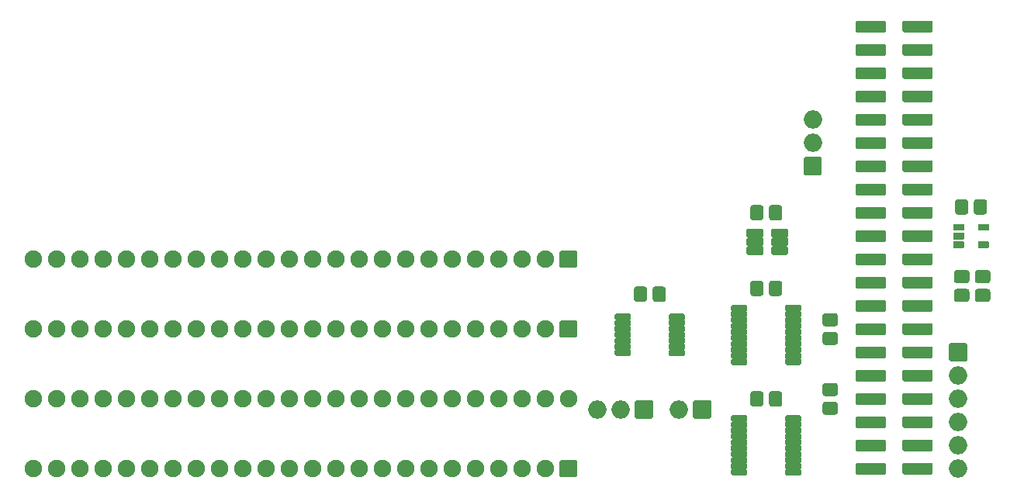
<source format=gbr>
G04 #@! TF.GenerationSoftware,KiCad,Pcbnew,(5.1.9)-1*
G04 #@! TF.CreationDate,2021-03-21T08:25:55+00:00*
G04 #@! TF.ProjectId,RGBtoHDMI Amiga Denise - solarmon,52474274-6f48-4444-9d49-20416d696761,1*
G04 #@! TF.SameCoordinates,Original*
G04 #@! TF.FileFunction,Soldermask,Top*
G04 #@! TF.FilePolarity,Negative*
%FSLAX46Y46*%
G04 Gerber Fmt 4.6, Leading zero omitted, Abs format (unit mm)*
G04 Created by KiCad (PCBNEW (5.1.9)-1) date 2021-03-21 08:25:55*
%MOMM*%
%LPD*%
G01*
G04 APERTURE LIST*
%ADD10O,1.900000X1.900000*%
%ADD11O,2.000000X2.000000*%
%ADD12C,1.900000*%
G04 APERTURE END LIST*
D10*
X105283000Y-80391000D03*
X107823000Y-80391000D03*
X110363000Y-80391000D03*
X112903000Y-80391000D03*
X115443000Y-80391000D03*
X117983000Y-80391000D03*
X120523000Y-80391000D03*
X123063000Y-80391000D03*
X125603000Y-80391000D03*
X128143000Y-80391000D03*
X130683000Y-80391000D03*
X133223000Y-80391000D03*
X135763000Y-80391000D03*
X138303000Y-80391000D03*
X140843000Y-80391000D03*
X143383000Y-80391000D03*
X145923000Y-80391000D03*
X148463000Y-80391000D03*
X151003000Y-80391000D03*
X153543000Y-80391000D03*
X156083000Y-80391000D03*
X158623000Y-80391000D03*
X161163000Y-80391000D03*
G36*
G01*
X164503000Y-81341000D02*
X162903000Y-81341000D01*
G75*
G02*
X162753000Y-81191000I0J150000D01*
G01*
X162753000Y-79591000D01*
G75*
G02*
X162903000Y-79441000I150000J0D01*
G01*
X164503000Y-79441000D01*
G75*
G02*
X164653000Y-79591000I0J-150000D01*
G01*
X164653000Y-81191000D01*
G75*
G02*
X164503000Y-81341000I-150000J0D01*
G01*
G37*
X105283000Y-65151000D03*
X107823000Y-65151000D03*
X110363000Y-65151000D03*
X112903000Y-65151000D03*
X115443000Y-65151000D03*
X117983000Y-65151000D03*
X120523000Y-65151000D03*
X123063000Y-65151000D03*
X125603000Y-65151000D03*
X128143000Y-65151000D03*
X130683000Y-65151000D03*
X133223000Y-65151000D03*
X135763000Y-65151000D03*
X138303000Y-65151000D03*
X140843000Y-65151000D03*
X143383000Y-65151000D03*
X145923000Y-65151000D03*
X148463000Y-65151000D03*
X151003000Y-65151000D03*
X153543000Y-65151000D03*
X156083000Y-65151000D03*
X158623000Y-65151000D03*
X161163000Y-65151000D03*
G36*
G01*
X164503000Y-66101000D02*
X162903000Y-66101000D01*
G75*
G02*
X162753000Y-65951000I0J150000D01*
G01*
X162753000Y-64351000D01*
G75*
G02*
X162903000Y-64201000I150000J0D01*
G01*
X164503000Y-64201000D01*
G75*
G02*
X164653000Y-64351000I0J-150000D01*
G01*
X164653000Y-65951000D01*
G75*
G02*
X164503000Y-66101000I-150000J0D01*
G01*
G37*
D11*
X206248000Y-80391000D03*
X206248000Y-77851000D03*
X206248000Y-75311000D03*
X206248000Y-72771000D03*
X206248000Y-70231000D03*
G36*
G01*
X205248000Y-68541000D02*
X205248000Y-66841000D01*
G75*
G02*
X205398000Y-66691000I150000J0D01*
G01*
X207098000Y-66691000D01*
G75*
G02*
X207248000Y-66841000I0J-150000D01*
G01*
X207248000Y-68541000D01*
G75*
G02*
X207098000Y-68691000I-150000J0D01*
G01*
X205398000Y-68691000D01*
G75*
G02*
X205248000Y-68541000I0J150000D01*
G01*
G37*
G36*
G01*
X209449784Y-60152000D02*
X208380216Y-60152000D01*
G75*
G02*
X208065000Y-59836784I0J315216D01*
G01*
X208065000Y-59017216D01*
G75*
G02*
X208380216Y-58702000I315216J0D01*
G01*
X209449784Y-58702000D01*
G75*
G02*
X209765000Y-59017216I0J-315216D01*
G01*
X209765000Y-59836784D01*
G75*
G02*
X209449784Y-60152000I-315216J0D01*
G01*
G37*
G36*
G01*
X209449784Y-62202000D02*
X208380216Y-62202000D01*
G75*
G02*
X208065000Y-61886784I0J315216D01*
G01*
X208065000Y-61067216D01*
G75*
G02*
X208380216Y-60752000I315216J0D01*
G01*
X209449784Y-60752000D01*
G75*
G02*
X209765000Y-61067216I0J-315216D01*
G01*
X209765000Y-61886784D01*
G75*
G02*
X209449784Y-62202000I-315216J0D01*
G01*
G37*
G36*
G01*
X207345000Y-51281216D02*
X207345000Y-52350784D01*
G75*
G02*
X207029784Y-52666000I-315216J0D01*
G01*
X206210216Y-52666000D01*
G75*
G02*
X205895000Y-52350784I0J315216D01*
G01*
X205895000Y-51281216D01*
G75*
G02*
X206210216Y-50966000I315216J0D01*
G01*
X207029784Y-50966000D01*
G75*
G02*
X207345000Y-51281216I0J-315216D01*
G01*
G37*
G36*
G01*
X209395000Y-51281216D02*
X209395000Y-52350784D01*
G75*
G02*
X209079784Y-52666000I-315216J0D01*
G01*
X208260216Y-52666000D01*
G75*
G02*
X207945000Y-52350784I0J315216D01*
G01*
X207945000Y-51281216D01*
G75*
G02*
X208260216Y-50966000I315216J0D01*
G01*
X209079784Y-50966000D01*
G75*
G02*
X209395000Y-51281216I0J-315216D01*
G01*
G37*
G36*
G01*
X208470000Y-53671000D02*
X209520000Y-53671000D01*
G75*
G02*
X209590000Y-53741000I0J-70000D01*
G01*
X209590000Y-54341000D01*
G75*
G02*
X209520000Y-54411000I-70000J0D01*
G01*
X208470000Y-54411000D01*
G75*
G02*
X208400000Y-54341000I0J70000D01*
G01*
X208400000Y-53741000D01*
G75*
G02*
X208470000Y-53671000I70000J0D01*
G01*
G37*
G36*
G01*
X208470000Y-55571000D02*
X209520000Y-55571000D01*
G75*
G02*
X209590000Y-55641000I0J-70000D01*
G01*
X209590000Y-56241000D01*
G75*
G02*
X209520000Y-56311000I-70000J0D01*
G01*
X208470000Y-56311000D01*
G75*
G02*
X208400000Y-56241000I0J70000D01*
G01*
X208400000Y-55641000D01*
G75*
G02*
X208470000Y-55571000I70000J0D01*
G01*
G37*
G36*
G01*
X205770000Y-55571000D02*
X206820000Y-55571000D01*
G75*
G02*
X206890000Y-55641000I0J-70000D01*
G01*
X206890000Y-56241000D01*
G75*
G02*
X206820000Y-56311000I-70000J0D01*
G01*
X205770000Y-56311000D01*
G75*
G02*
X205700000Y-56241000I0J70000D01*
G01*
X205700000Y-55641000D01*
G75*
G02*
X205770000Y-55571000I70000J0D01*
G01*
G37*
G36*
G01*
X205770000Y-54621000D02*
X206820000Y-54621000D01*
G75*
G02*
X206890000Y-54691000I0J-70000D01*
G01*
X206890000Y-55291000D01*
G75*
G02*
X206820000Y-55361000I-70000J0D01*
G01*
X205770000Y-55361000D01*
G75*
G02*
X205700000Y-55291000I0J70000D01*
G01*
X205700000Y-54691000D01*
G75*
G02*
X205770000Y-54621000I70000J0D01*
G01*
G37*
G36*
G01*
X205770000Y-53671000D02*
X206820000Y-53671000D01*
G75*
G02*
X206890000Y-53741000I0J-70000D01*
G01*
X206890000Y-54341000D01*
G75*
G02*
X206820000Y-54411000I-70000J0D01*
G01*
X205770000Y-54411000D01*
G75*
G02*
X205700000Y-54341000I0J70000D01*
G01*
X205700000Y-53741000D01*
G75*
G02*
X205770000Y-53671000I70000J0D01*
G01*
G37*
G36*
G01*
X185840000Y-55951000D02*
X185840000Y-55301000D01*
G75*
G02*
X185990000Y-55151000I150000J0D01*
G01*
X187550000Y-55151000D01*
G75*
G02*
X187700000Y-55301000I0J-150000D01*
G01*
X187700000Y-55951000D01*
G75*
G02*
X187550000Y-56101000I-150000J0D01*
G01*
X185990000Y-56101000D01*
G75*
G02*
X185840000Y-55951000I0J150000D01*
G01*
G37*
G36*
G01*
X185840000Y-55001000D02*
X185840000Y-54351000D01*
G75*
G02*
X185990000Y-54201000I150000J0D01*
G01*
X187550000Y-54201000D01*
G75*
G02*
X187700000Y-54351000I0J-150000D01*
G01*
X187700000Y-55001000D01*
G75*
G02*
X187550000Y-55151000I-150000J0D01*
G01*
X185990000Y-55151000D01*
G75*
G02*
X185840000Y-55001000I0J150000D01*
G01*
G37*
G36*
G01*
X185840000Y-56901000D02*
X185840000Y-56251000D01*
G75*
G02*
X185990000Y-56101000I150000J0D01*
G01*
X187550000Y-56101000D01*
G75*
G02*
X187700000Y-56251000I0J-150000D01*
G01*
X187700000Y-56901000D01*
G75*
G02*
X187550000Y-57051000I-150000J0D01*
G01*
X185990000Y-57051000D01*
G75*
G02*
X185840000Y-56901000I0J150000D01*
G01*
G37*
G36*
G01*
X183140000Y-56901000D02*
X183140000Y-56251000D01*
G75*
G02*
X183290000Y-56101000I150000J0D01*
G01*
X184850000Y-56101000D01*
G75*
G02*
X185000000Y-56251000I0J-150000D01*
G01*
X185000000Y-56901000D01*
G75*
G02*
X184850000Y-57051000I-150000J0D01*
G01*
X183290000Y-57051000D01*
G75*
G02*
X183140000Y-56901000I0J150000D01*
G01*
G37*
G36*
G01*
X183140000Y-55951000D02*
X183140000Y-55301000D01*
G75*
G02*
X183290000Y-55151000I150000J0D01*
G01*
X184850000Y-55151000D01*
G75*
G02*
X185000000Y-55301000I0J-150000D01*
G01*
X185000000Y-55951000D01*
G75*
G02*
X184850000Y-56101000I-150000J0D01*
G01*
X183290000Y-56101000D01*
G75*
G02*
X183140000Y-55951000I0J150000D01*
G01*
G37*
G36*
G01*
X183140000Y-55001000D02*
X183140000Y-54351000D01*
G75*
G02*
X183290000Y-54201000I150000J0D01*
G01*
X184850000Y-54201000D01*
G75*
G02*
X185000000Y-54351000I0J-150000D01*
G01*
X185000000Y-55001000D01*
G75*
G02*
X184850000Y-55151000I-150000J0D01*
G01*
X183290000Y-55151000D01*
G75*
G02*
X183140000Y-55001000I0J150000D01*
G01*
G37*
G36*
G01*
X171108000Y-72914000D02*
X172808000Y-72914000D01*
G75*
G02*
X172958000Y-73064000I0J-150000D01*
G01*
X172958000Y-74764000D01*
G75*
G02*
X172808000Y-74914000I-150000J0D01*
G01*
X171108000Y-74914000D01*
G75*
G02*
X170958000Y-74764000I0J150000D01*
G01*
X170958000Y-73064000D01*
G75*
G02*
X171108000Y-72914000I150000J0D01*
G01*
G37*
X169418000Y-73914000D03*
X166878000Y-73914000D03*
X175768000Y-73914000D03*
G36*
G01*
X177458000Y-72914000D02*
X179158000Y-72914000D01*
G75*
G02*
X179308000Y-73064000I0J-150000D01*
G01*
X179308000Y-74764000D01*
G75*
G02*
X179158000Y-74914000I-150000J0D01*
G01*
X177458000Y-74914000D01*
G75*
G02*
X177308000Y-74764000I0J150000D01*
G01*
X177308000Y-73064000D01*
G75*
G02*
X177458000Y-72914000I150000J0D01*
G01*
G37*
X190373000Y-42291000D03*
X190373000Y-44831000D03*
G36*
G01*
X191373000Y-46521000D02*
X191373000Y-48221000D01*
G75*
G02*
X191223000Y-48371000I-150000J0D01*
G01*
X189523000Y-48371000D01*
G75*
G02*
X189373000Y-48221000I0J150000D01*
G01*
X189373000Y-46521000D01*
G75*
G02*
X189523000Y-46371000I150000J0D01*
G01*
X191223000Y-46371000D01*
G75*
G02*
X191373000Y-46521000I0J-150000D01*
G01*
G37*
G36*
G01*
X206094216Y-60752000D02*
X207163784Y-60752000D01*
G75*
G02*
X207479000Y-61067216I0J-315216D01*
G01*
X207479000Y-61886784D01*
G75*
G02*
X207163784Y-62202000I-315216J0D01*
G01*
X206094216Y-62202000D01*
G75*
G02*
X205779000Y-61886784I0J315216D01*
G01*
X205779000Y-61067216D01*
G75*
G02*
X206094216Y-60752000I315216J0D01*
G01*
G37*
G36*
G01*
X206094216Y-58702000D02*
X207163784Y-58702000D01*
G75*
G02*
X207479000Y-59017216I0J-315216D01*
G01*
X207479000Y-59836784D01*
G75*
G02*
X207163784Y-60152000I-315216J0D01*
G01*
X206094216Y-60152000D01*
G75*
G02*
X205779000Y-59836784I0J315216D01*
G01*
X205779000Y-59017216D01*
G75*
G02*
X206094216Y-58702000I315216J0D01*
G01*
G37*
G36*
G01*
X184993000Y-51916216D02*
X184993000Y-52985784D01*
G75*
G02*
X184677784Y-53301000I-315216J0D01*
G01*
X183858216Y-53301000D01*
G75*
G02*
X183543000Y-52985784I0J315216D01*
G01*
X183543000Y-51916216D01*
G75*
G02*
X183858216Y-51601000I315216J0D01*
G01*
X184677784Y-51601000D01*
G75*
G02*
X184993000Y-51916216I0J-315216D01*
G01*
G37*
G36*
G01*
X187043000Y-51916216D02*
X187043000Y-52985784D01*
G75*
G02*
X186727784Y-53301000I-315216J0D01*
G01*
X185908216Y-53301000D01*
G75*
G02*
X185593000Y-52985784I0J315216D01*
G01*
X185593000Y-51916216D01*
G75*
G02*
X185908216Y-51601000I315216J0D01*
G01*
X186727784Y-51601000D01*
G75*
G02*
X187043000Y-51916216I0J-315216D01*
G01*
G37*
G36*
G01*
X203473000Y-79891000D02*
X203473000Y-80891000D01*
G75*
G02*
X203323000Y-81041000I-150000J0D01*
G01*
X200323000Y-81041000D01*
G75*
G02*
X200173000Y-80891000I0J150000D01*
G01*
X200173000Y-79891000D01*
G75*
G02*
X200323000Y-79741000I150000J0D01*
G01*
X203323000Y-79741000D01*
G75*
G02*
X203473000Y-79891000I0J-150000D01*
G01*
G37*
G36*
G01*
X198353000Y-79891000D02*
X198353000Y-80891000D01*
G75*
G02*
X198203000Y-81041000I-150000J0D01*
G01*
X195203000Y-81041000D01*
G75*
G02*
X195053000Y-80891000I0J150000D01*
G01*
X195053000Y-79891000D01*
G75*
G02*
X195203000Y-79741000I150000J0D01*
G01*
X198203000Y-79741000D01*
G75*
G02*
X198353000Y-79891000I0J-150000D01*
G01*
G37*
G36*
G01*
X203473000Y-77351000D02*
X203473000Y-78351000D01*
G75*
G02*
X203323000Y-78501000I-150000J0D01*
G01*
X200323000Y-78501000D01*
G75*
G02*
X200173000Y-78351000I0J150000D01*
G01*
X200173000Y-77351000D01*
G75*
G02*
X200323000Y-77201000I150000J0D01*
G01*
X203323000Y-77201000D01*
G75*
G02*
X203473000Y-77351000I0J-150000D01*
G01*
G37*
G36*
G01*
X198353000Y-77351000D02*
X198353000Y-78351000D01*
G75*
G02*
X198203000Y-78501000I-150000J0D01*
G01*
X195203000Y-78501000D01*
G75*
G02*
X195053000Y-78351000I0J150000D01*
G01*
X195053000Y-77351000D01*
G75*
G02*
X195203000Y-77201000I150000J0D01*
G01*
X198203000Y-77201000D01*
G75*
G02*
X198353000Y-77351000I0J-150000D01*
G01*
G37*
G36*
G01*
X203473000Y-74811000D02*
X203473000Y-75811000D01*
G75*
G02*
X203323000Y-75961000I-150000J0D01*
G01*
X200323000Y-75961000D01*
G75*
G02*
X200173000Y-75811000I0J150000D01*
G01*
X200173000Y-74811000D01*
G75*
G02*
X200323000Y-74661000I150000J0D01*
G01*
X203323000Y-74661000D01*
G75*
G02*
X203473000Y-74811000I0J-150000D01*
G01*
G37*
G36*
G01*
X198353000Y-74811000D02*
X198353000Y-75811000D01*
G75*
G02*
X198203000Y-75961000I-150000J0D01*
G01*
X195203000Y-75961000D01*
G75*
G02*
X195053000Y-75811000I0J150000D01*
G01*
X195053000Y-74811000D01*
G75*
G02*
X195203000Y-74661000I150000J0D01*
G01*
X198203000Y-74661000D01*
G75*
G02*
X198353000Y-74811000I0J-150000D01*
G01*
G37*
G36*
G01*
X203473000Y-72271000D02*
X203473000Y-73271000D01*
G75*
G02*
X203323000Y-73421000I-150000J0D01*
G01*
X200323000Y-73421000D01*
G75*
G02*
X200173000Y-73271000I0J150000D01*
G01*
X200173000Y-72271000D01*
G75*
G02*
X200323000Y-72121000I150000J0D01*
G01*
X203323000Y-72121000D01*
G75*
G02*
X203473000Y-72271000I0J-150000D01*
G01*
G37*
G36*
G01*
X198353000Y-72271000D02*
X198353000Y-73271000D01*
G75*
G02*
X198203000Y-73421000I-150000J0D01*
G01*
X195203000Y-73421000D01*
G75*
G02*
X195053000Y-73271000I0J150000D01*
G01*
X195053000Y-72271000D01*
G75*
G02*
X195203000Y-72121000I150000J0D01*
G01*
X198203000Y-72121000D01*
G75*
G02*
X198353000Y-72271000I0J-150000D01*
G01*
G37*
G36*
G01*
X203473000Y-69731000D02*
X203473000Y-70731000D01*
G75*
G02*
X203323000Y-70881000I-150000J0D01*
G01*
X200323000Y-70881000D01*
G75*
G02*
X200173000Y-70731000I0J150000D01*
G01*
X200173000Y-69731000D01*
G75*
G02*
X200323000Y-69581000I150000J0D01*
G01*
X203323000Y-69581000D01*
G75*
G02*
X203473000Y-69731000I0J-150000D01*
G01*
G37*
G36*
G01*
X198353000Y-69731000D02*
X198353000Y-70731000D01*
G75*
G02*
X198203000Y-70881000I-150000J0D01*
G01*
X195203000Y-70881000D01*
G75*
G02*
X195053000Y-70731000I0J150000D01*
G01*
X195053000Y-69731000D01*
G75*
G02*
X195203000Y-69581000I150000J0D01*
G01*
X198203000Y-69581000D01*
G75*
G02*
X198353000Y-69731000I0J-150000D01*
G01*
G37*
G36*
G01*
X203473000Y-67191000D02*
X203473000Y-68191000D01*
G75*
G02*
X203323000Y-68341000I-150000J0D01*
G01*
X200323000Y-68341000D01*
G75*
G02*
X200173000Y-68191000I0J150000D01*
G01*
X200173000Y-67191000D01*
G75*
G02*
X200323000Y-67041000I150000J0D01*
G01*
X203323000Y-67041000D01*
G75*
G02*
X203473000Y-67191000I0J-150000D01*
G01*
G37*
G36*
G01*
X198353000Y-67191000D02*
X198353000Y-68191000D01*
G75*
G02*
X198203000Y-68341000I-150000J0D01*
G01*
X195203000Y-68341000D01*
G75*
G02*
X195053000Y-68191000I0J150000D01*
G01*
X195053000Y-67191000D01*
G75*
G02*
X195203000Y-67041000I150000J0D01*
G01*
X198203000Y-67041000D01*
G75*
G02*
X198353000Y-67191000I0J-150000D01*
G01*
G37*
G36*
G01*
X203473000Y-64651000D02*
X203473000Y-65651000D01*
G75*
G02*
X203323000Y-65801000I-150000J0D01*
G01*
X200323000Y-65801000D01*
G75*
G02*
X200173000Y-65651000I0J150000D01*
G01*
X200173000Y-64651000D01*
G75*
G02*
X200323000Y-64501000I150000J0D01*
G01*
X203323000Y-64501000D01*
G75*
G02*
X203473000Y-64651000I0J-150000D01*
G01*
G37*
G36*
G01*
X198353000Y-64651000D02*
X198353000Y-65651000D01*
G75*
G02*
X198203000Y-65801000I-150000J0D01*
G01*
X195203000Y-65801000D01*
G75*
G02*
X195053000Y-65651000I0J150000D01*
G01*
X195053000Y-64651000D01*
G75*
G02*
X195203000Y-64501000I150000J0D01*
G01*
X198203000Y-64501000D01*
G75*
G02*
X198353000Y-64651000I0J-150000D01*
G01*
G37*
G36*
G01*
X203473000Y-62111000D02*
X203473000Y-63111000D01*
G75*
G02*
X203323000Y-63261000I-150000J0D01*
G01*
X200323000Y-63261000D01*
G75*
G02*
X200173000Y-63111000I0J150000D01*
G01*
X200173000Y-62111000D01*
G75*
G02*
X200323000Y-61961000I150000J0D01*
G01*
X203323000Y-61961000D01*
G75*
G02*
X203473000Y-62111000I0J-150000D01*
G01*
G37*
G36*
G01*
X198353000Y-62111000D02*
X198353000Y-63111000D01*
G75*
G02*
X198203000Y-63261000I-150000J0D01*
G01*
X195203000Y-63261000D01*
G75*
G02*
X195053000Y-63111000I0J150000D01*
G01*
X195053000Y-62111000D01*
G75*
G02*
X195203000Y-61961000I150000J0D01*
G01*
X198203000Y-61961000D01*
G75*
G02*
X198353000Y-62111000I0J-150000D01*
G01*
G37*
G36*
G01*
X203473000Y-59571000D02*
X203473000Y-60571000D01*
G75*
G02*
X203323000Y-60721000I-150000J0D01*
G01*
X200323000Y-60721000D01*
G75*
G02*
X200173000Y-60571000I0J150000D01*
G01*
X200173000Y-59571000D01*
G75*
G02*
X200323000Y-59421000I150000J0D01*
G01*
X203323000Y-59421000D01*
G75*
G02*
X203473000Y-59571000I0J-150000D01*
G01*
G37*
G36*
G01*
X198353000Y-59571000D02*
X198353000Y-60571000D01*
G75*
G02*
X198203000Y-60721000I-150000J0D01*
G01*
X195203000Y-60721000D01*
G75*
G02*
X195053000Y-60571000I0J150000D01*
G01*
X195053000Y-59571000D01*
G75*
G02*
X195203000Y-59421000I150000J0D01*
G01*
X198203000Y-59421000D01*
G75*
G02*
X198353000Y-59571000I0J-150000D01*
G01*
G37*
G36*
G01*
X203473000Y-57031000D02*
X203473000Y-58031000D01*
G75*
G02*
X203323000Y-58181000I-150000J0D01*
G01*
X200323000Y-58181000D01*
G75*
G02*
X200173000Y-58031000I0J150000D01*
G01*
X200173000Y-57031000D01*
G75*
G02*
X200323000Y-56881000I150000J0D01*
G01*
X203323000Y-56881000D01*
G75*
G02*
X203473000Y-57031000I0J-150000D01*
G01*
G37*
G36*
G01*
X198353000Y-57031000D02*
X198353000Y-58031000D01*
G75*
G02*
X198203000Y-58181000I-150000J0D01*
G01*
X195203000Y-58181000D01*
G75*
G02*
X195053000Y-58031000I0J150000D01*
G01*
X195053000Y-57031000D01*
G75*
G02*
X195203000Y-56881000I150000J0D01*
G01*
X198203000Y-56881000D01*
G75*
G02*
X198353000Y-57031000I0J-150000D01*
G01*
G37*
G36*
G01*
X203473000Y-54491000D02*
X203473000Y-55491000D01*
G75*
G02*
X203323000Y-55641000I-150000J0D01*
G01*
X200323000Y-55641000D01*
G75*
G02*
X200173000Y-55491000I0J150000D01*
G01*
X200173000Y-54491000D01*
G75*
G02*
X200323000Y-54341000I150000J0D01*
G01*
X203323000Y-54341000D01*
G75*
G02*
X203473000Y-54491000I0J-150000D01*
G01*
G37*
G36*
G01*
X198353000Y-54491000D02*
X198353000Y-55491000D01*
G75*
G02*
X198203000Y-55641000I-150000J0D01*
G01*
X195203000Y-55641000D01*
G75*
G02*
X195053000Y-55491000I0J150000D01*
G01*
X195053000Y-54491000D01*
G75*
G02*
X195203000Y-54341000I150000J0D01*
G01*
X198203000Y-54341000D01*
G75*
G02*
X198353000Y-54491000I0J-150000D01*
G01*
G37*
G36*
G01*
X203473000Y-51951000D02*
X203473000Y-52951000D01*
G75*
G02*
X203323000Y-53101000I-150000J0D01*
G01*
X200323000Y-53101000D01*
G75*
G02*
X200173000Y-52951000I0J150000D01*
G01*
X200173000Y-51951000D01*
G75*
G02*
X200323000Y-51801000I150000J0D01*
G01*
X203323000Y-51801000D01*
G75*
G02*
X203473000Y-51951000I0J-150000D01*
G01*
G37*
G36*
G01*
X198353000Y-51951000D02*
X198353000Y-52951000D01*
G75*
G02*
X198203000Y-53101000I-150000J0D01*
G01*
X195203000Y-53101000D01*
G75*
G02*
X195053000Y-52951000I0J150000D01*
G01*
X195053000Y-51951000D01*
G75*
G02*
X195203000Y-51801000I150000J0D01*
G01*
X198203000Y-51801000D01*
G75*
G02*
X198353000Y-51951000I0J-150000D01*
G01*
G37*
G36*
G01*
X203473000Y-49411000D02*
X203473000Y-50411000D01*
G75*
G02*
X203323000Y-50561000I-150000J0D01*
G01*
X200323000Y-50561000D01*
G75*
G02*
X200173000Y-50411000I0J150000D01*
G01*
X200173000Y-49411000D01*
G75*
G02*
X200323000Y-49261000I150000J0D01*
G01*
X203323000Y-49261000D01*
G75*
G02*
X203473000Y-49411000I0J-150000D01*
G01*
G37*
G36*
G01*
X198353000Y-49411000D02*
X198353000Y-50411000D01*
G75*
G02*
X198203000Y-50561000I-150000J0D01*
G01*
X195203000Y-50561000D01*
G75*
G02*
X195053000Y-50411000I0J150000D01*
G01*
X195053000Y-49411000D01*
G75*
G02*
X195203000Y-49261000I150000J0D01*
G01*
X198203000Y-49261000D01*
G75*
G02*
X198353000Y-49411000I0J-150000D01*
G01*
G37*
G36*
G01*
X203473000Y-46871000D02*
X203473000Y-47871000D01*
G75*
G02*
X203323000Y-48021000I-150000J0D01*
G01*
X200323000Y-48021000D01*
G75*
G02*
X200173000Y-47871000I0J150000D01*
G01*
X200173000Y-46871000D01*
G75*
G02*
X200323000Y-46721000I150000J0D01*
G01*
X203323000Y-46721000D01*
G75*
G02*
X203473000Y-46871000I0J-150000D01*
G01*
G37*
G36*
G01*
X198353000Y-46871000D02*
X198353000Y-47871000D01*
G75*
G02*
X198203000Y-48021000I-150000J0D01*
G01*
X195203000Y-48021000D01*
G75*
G02*
X195053000Y-47871000I0J150000D01*
G01*
X195053000Y-46871000D01*
G75*
G02*
X195203000Y-46721000I150000J0D01*
G01*
X198203000Y-46721000D01*
G75*
G02*
X198353000Y-46871000I0J-150000D01*
G01*
G37*
G36*
G01*
X203473000Y-44331000D02*
X203473000Y-45331000D01*
G75*
G02*
X203323000Y-45481000I-150000J0D01*
G01*
X200323000Y-45481000D01*
G75*
G02*
X200173000Y-45331000I0J150000D01*
G01*
X200173000Y-44331000D01*
G75*
G02*
X200323000Y-44181000I150000J0D01*
G01*
X203323000Y-44181000D01*
G75*
G02*
X203473000Y-44331000I0J-150000D01*
G01*
G37*
G36*
G01*
X198353000Y-44331000D02*
X198353000Y-45331000D01*
G75*
G02*
X198203000Y-45481000I-150000J0D01*
G01*
X195203000Y-45481000D01*
G75*
G02*
X195053000Y-45331000I0J150000D01*
G01*
X195053000Y-44331000D01*
G75*
G02*
X195203000Y-44181000I150000J0D01*
G01*
X198203000Y-44181000D01*
G75*
G02*
X198353000Y-44331000I0J-150000D01*
G01*
G37*
G36*
G01*
X203473000Y-41791000D02*
X203473000Y-42791000D01*
G75*
G02*
X203323000Y-42941000I-150000J0D01*
G01*
X200323000Y-42941000D01*
G75*
G02*
X200173000Y-42791000I0J150000D01*
G01*
X200173000Y-41791000D01*
G75*
G02*
X200323000Y-41641000I150000J0D01*
G01*
X203323000Y-41641000D01*
G75*
G02*
X203473000Y-41791000I0J-150000D01*
G01*
G37*
G36*
G01*
X198353000Y-41791000D02*
X198353000Y-42791000D01*
G75*
G02*
X198203000Y-42941000I-150000J0D01*
G01*
X195203000Y-42941000D01*
G75*
G02*
X195053000Y-42791000I0J150000D01*
G01*
X195053000Y-41791000D01*
G75*
G02*
X195203000Y-41641000I150000J0D01*
G01*
X198203000Y-41641000D01*
G75*
G02*
X198353000Y-41791000I0J-150000D01*
G01*
G37*
G36*
G01*
X203473000Y-39251000D02*
X203473000Y-40251000D01*
G75*
G02*
X203323000Y-40401000I-150000J0D01*
G01*
X200323000Y-40401000D01*
G75*
G02*
X200173000Y-40251000I0J150000D01*
G01*
X200173000Y-39251000D01*
G75*
G02*
X200323000Y-39101000I150000J0D01*
G01*
X203323000Y-39101000D01*
G75*
G02*
X203473000Y-39251000I0J-150000D01*
G01*
G37*
G36*
G01*
X198353000Y-39251000D02*
X198353000Y-40251000D01*
G75*
G02*
X198203000Y-40401000I-150000J0D01*
G01*
X195203000Y-40401000D01*
G75*
G02*
X195053000Y-40251000I0J150000D01*
G01*
X195053000Y-39251000D01*
G75*
G02*
X195203000Y-39101000I150000J0D01*
G01*
X198203000Y-39101000D01*
G75*
G02*
X198353000Y-39251000I0J-150000D01*
G01*
G37*
G36*
G01*
X203473000Y-36711000D02*
X203473000Y-37711000D01*
G75*
G02*
X203323000Y-37861000I-150000J0D01*
G01*
X200323000Y-37861000D01*
G75*
G02*
X200173000Y-37711000I0J150000D01*
G01*
X200173000Y-36711000D01*
G75*
G02*
X200323000Y-36561000I150000J0D01*
G01*
X203323000Y-36561000D01*
G75*
G02*
X203473000Y-36711000I0J-150000D01*
G01*
G37*
G36*
G01*
X198353000Y-36711000D02*
X198353000Y-37711000D01*
G75*
G02*
X198203000Y-37861000I-150000J0D01*
G01*
X195203000Y-37861000D01*
G75*
G02*
X195053000Y-37711000I0J150000D01*
G01*
X195053000Y-36711000D01*
G75*
G02*
X195203000Y-36561000I150000J0D01*
G01*
X198203000Y-36561000D01*
G75*
G02*
X198353000Y-36711000I0J-150000D01*
G01*
G37*
G36*
G01*
X203473000Y-34171000D02*
X203473000Y-35171000D01*
G75*
G02*
X203323000Y-35321000I-150000J0D01*
G01*
X200323000Y-35321000D01*
G75*
G02*
X200173000Y-35171000I0J150000D01*
G01*
X200173000Y-34171000D01*
G75*
G02*
X200323000Y-34021000I150000J0D01*
G01*
X203323000Y-34021000D01*
G75*
G02*
X203473000Y-34171000I0J-150000D01*
G01*
G37*
G36*
G01*
X198353000Y-34171000D02*
X198353000Y-35171000D01*
G75*
G02*
X198203000Y-35321000I-150000J0D01*
G01*
X195203000Y-35321000D01*
G75*
G02*
X195053000Y-35171000I0J150000D01*
G01*
X195053000Y-34171000D01*
G75*
G02*
X195203000Y-34021000I150000J0D01*
G01*
X198203000Y-34021000D01*
G75*
G02*
X198353000Y-34171000I0J-150000D01*
G01*
G37*
G36*
G01*
X203473000Y-31631000D02*
X203473000Y-32631000D01*
G75*
G02*
X203323000Y-32781000I-150000J0D01*
G01*
X200323000Y-32781000D01*
G75*
G02*
X200173000Y-32631000I0J150000D01*
G01*
X200173000Y-31631000D01*
G75*
G02*
X200323000Y-31481000I150000J0D01*
G01*
X203323000Y-31481000D01*
G75*
G02*
X203473000Y-31631000I0J-150000D01*
G01*
G37*
G36*
G01*
X198353000Y-31631000D02*
X198353000Y-32631000D01*
G75*
G02*
X198203000Y-32781000I-150000J0D01*
G01*
X195203000Y-32781000D01*
G75*
G02*
X195053000Y-32631000I0J150000D01*
G01*
X195053000Y-31631000D01*
G75*
G02*
X195203000Y-31481000I150000J0D01*
G01*
X198203000Y-31481000D01*
G75*
G02*
X198353000Y-31631000I0J-150000D01*
G01*
G37*
G36*
G01*
X184993000Y-60171216D02*
X184993000Y-61240784D01*
G75*
G02*
X184677784Y-61556000I-315216J0D01*
G01*
X183858216Y-61556000D01*
G75*
G02*
X183543000Y-61240784I0J315216D01*
G01*
X183543000Y-60171216D01*
G75*
G02*
X183858216Y-59856000I315216J0D01*
G01*
X184677784Y-59856000D01*
G75*
G02*
X184993000Y-60171216I0J-315216D01*
G01*
G37*
G36*
G01*
X187043000Y-60171216D02*
X187043000Y-61240784D01*
G75*
G02*
X186727784Y-61556000I-315216J0D01*
G01*
X185908216Y-61556000D01*
G75*
G02*
X185593000Y-61240784I0J315216D01*
G01*
X185593000Y-60171216D01*
G75*
G02*
X185908216Y-59856000I315216J0D01*
G01*
X186727784Y-59856000D01*
G75*
G02*
X187043000Y-60171216I0J-315216D01*
G01*
G37*
G36*
G01*
X184993000Y-72236216D02*
X184993000Y-73305784D01*
G75*
G02*
X184677784Y-73621000I-315216J0D01*
G01*
X183858216Y-73621000D01*
G75*
G02*
X183543000Y-73305784I0J315216D01*
G01*
X183543000Y-72236216D01*
G75*
G02*
X183858216Y-71921000I315216J0D01*
G01*
X184677784Y-71921000D01*
G75*
G02*
X184993000Y-72236216I0J-315216D01*
G01*
G37*
G36*
G01*
X187043000Y-72236216D02*
X187043000Y-73305784D01*
G75*
G02*
X186727784Y-73621000I-315216J0D01*
G01*
X185908216Y-73621000D01*
G75*
G02*
X185593000Y-73305784I0J315216D01*
G01*
X185593000Y-72236216D01*
G75*
G02*
X185908216Y-71921000I315216J0D01*
G01*
X186727784Y-71921000D01*
G75*
G02*
X187043000Y-72236216I0J-315216D01*
G01*
G37*
G36*
G01*
X172293000Y-60806216D02*
X172293000Y-61875784D01*
G75*
G02*
X171977784Y-62191000I-315216J0D01*
G01*
X171158216Y-62191000D01*
G75*
G02*
X170843000Y-61875784I0J315216D01*
G01*
X170843000Y-60806216D01*
G75*
G02*
X171158216Y-60491000I315216J0D01*
G01*
X171977784Y-60491000D01*
G75*
G02*
X172293000Y-60806216I0J-315216D01*
G01*
G37*
G36*
G01*
X174343000Y-60806216D02*
X174343000Y-61875784D01*
G75*
G02*
X174027784Y-62191000I-315216J0D01*
G01*
X173208216Y-62191000D01*
G75*
G02*
X172893000Y-61875784I0J315216D01*
G01*
X172893000Y-60806216D01*
G75*
G02*
X173208216Y-60491000I315216J0D01*
G01*
X174027784Y-60491000D01*
G75*
G02*
X174343000Y-60806216I0J-315216D01*
G01*
G37*
G36*
G01*
X168768000Y-64061000D02*
X168768000Y-63611000D01*
G75*
G02*
X168918000Y-63461000I150000J0D01*
G01*
X170368000Y-63461000D01*
G75*
G02*
X170518000Y-63611000I0J-150000D01*
G01*
X170518000Y-64061000D01*
G75*
G02*
X170368000Y-64211000I-150000J0D01*
G01*
X168918000Y-64211000D01*
G75*
G02*
X168768000Y-64061000I0J150000D01*
G01*
G37*
G36*
G01*
X168768000Y-64711000D02*
X168768000Y-64261000D01*
G75*
G02*
X168918000Y-64111000I150000J0D01*
G01*
X170368000Y-64111000D01*
G75*
G02*
X170518000Y-64261000I0J-150000D01*
G01*
X170518000Y-64711000D01*
G75*
G02*
X170368000Y-64861000I-150000J0D01*
G01*
X168918000Y-64861000D01*
G75*
G02*
X168768000Y-64711000I0J150000D01*
G01*
G37*
G36*
G01*
X168768000Y-65361000D02*
X168768000Y-64911000D01*
G75*
G02*
X168918000Y-64761000I150000J0D01*
G01*
X170368000Y-64761000D01*
G75*
G02*
X170518000Y-64911000I0J-150000D01*
G01*
X170518000Y-65361000D01*
G75*
G02*
X170368000Y-65511000I-150000J0D01*
G01*
X168918000Y-65511000D01*
G75*
G02*
X168768000Y-65361000I0J150000D01*
G01*
G37*
G36*
G01*
X168768000Y-66011000D02*
X168768000Y-65561000D01*
G75*
G02*
X168918000Y-65411000I150000J0D01*
G01*
X170368000Y-65411000D01*
G75*
G02*
X170518000Y-65561000I0J-150000D01*
G01*
X170518000Y-66011000D01*
G75*
G02*
X170368000Y-66161000I-150000J0D01*
G01*
X168918000Y-66161000D01*
G75*
G02*
X168768000Y-66011000I0J150000D01*
G01*
G37*
G36*
G01*
X168768000Y-66661000D02*
X168768000Y-66211000D01*
G75*
G02*
X168918000Y-66061000I150000J0D01*
G01*
X170368000Y-66061000D01*
G75*
G02*
X170518000Y-66211000I0J-150000D01*
G01*
X170518000Y-66661000D01*
G75*
G02*
X170368000Y-66811000I-150000J0D01*
G01*
X168918000Y-66811000D01*
G75*
G02*
X168768000Y-66661000I0J150000D01*
G01*
G37*
G36*
G01*
X168768000Y-67311000D02*
X168768000Y-66861000D01*
G75*
G02*
X168918000Y-66711000I150000J0D01*
G01*
X170368000Y-66711000D01*
G75*
G02*
X170518000Y-66861000I0J-150000D01*
G01*
X170518000Y-67311000D01*
G75*
G02*
X170368000Y-67461000I-150000J0D01*
G01*
X168918000Y-67461000D01*
G75*
G02*
X168768000Y-67311000I0J150000D01*
G01*
G37*
G36*
G01*
X168768000Y-67961000D02*
X168768000Y-67511000D01*
G75*
G02*
X168918000Y-67361000I150000J0D01*
G01*
X170368000Y-67361000D01*
G75*
G02*
X170518000Y-67511000I0J-150000D01*
G01*
X170518000Y-67961000D01*
G75*
G02*
X170368000Y-68111000I-150000J0D01*
G01*
X168918000Y-68111000D01*
G75*
G02*
X168768000Y-67961000I0J150000D01*
G01*
G37*
G36*
G01*
X174668000Y-67961000D02*
X174668000Y-67511000D01*
G75*
G02*
X174818000Y-67361000I150000J0D01*
G01*
X176268000Y-67361000D01*
G75*
G02*
X176418000Y-67511000I0J-150000D01*
G01*
X176418000Y-67961000D01*
G75*
G02*
X176268000Y-68111000I-150000J0D01*
G01*
X174818000Y-68111000D01*
G75*
G02*
X174668000Y-67961000I0J150000D01*
G01*
G37*
G36*
G01*
X174668000Y-67311000D02*
X174668000Y-66861000D01*
G75*
G02*
X174818000Y-66711000I150000J0D01*
G01*
X176268000Y-66711000D01*
G75*
G02*
X176418000Y-66861000I0J-150000D01*
G01*
X176418000Y-67311000D01*
G75*
G02*
X176268000Y-67461000I-150000J0D01*
G01*
X174818000Y-67461000D01*
G75*
G02*
X174668000Y-67311000I0J150000D01*
G01*
G37*
G36*
G01*
X174668000Y-66661000D02*
X174668000Y-66211000D01*
G75*
G02*
X174818000Y-66061000I150000J0D01*
G01*
X176268000Y-66061000D01*
G75*
G02*
X176418000Y-66211000I0J-150000D01*
G01*
X176418000Y-66661000D01*
G75*
G02*
X176268000Y-66811000I-150000J0D01*
G01*
X174818000Y-66811000D01*
G75*
G02*
X174668000Y-66661000I0J150000D01*
G01*
G37*
G36*
G01*
X174668000Y-66011000D02*
X174668000Y-65561000D01*
G75*
G02*
X174818000Y-65411000I150000J0D01*
G01*
X176268000Y-65411000D01*
G75*
G02*
X176418000Y-65561000I0J-150000D01*
G01*
X176418000Y-66011000D01*
G75*
G02*
X176268000Y-66161000I-150000J0D01*
G01*
X174818000Y-66161000D01*
G75*
G02*
X174668000Y-66011000I0J150000D01*
G01*
G37*
G36*
G01*
X174668000Y-65361000D02*
X174668000Y-64911000D01*
G75*
G02*
X174818000Y-64761000I150000J0D01*
G01*
X176268000Y-64761000D01*
G75*
G02*
X176418000Y-64911000I0J-150000D01*
G01*
X176418000Y-65361000D01*
G75*
G02*
X176268000Y-65511000I-150000J0D01*
G01*
X174818000Y-65511000D01*
G75*
G02*
X174668000Y-65361000I0J150000D01*
G01*
G37*
G36*
G01*
X174668000Y-64711000D02*
X174668000Y-64261000D01*
G75*
G02*
X174818000Y-64111000I150000J0D01*
G01*
X176268000Y-64111000D01*
G75*
G02*
X176418000Y-64261000I0J-150000D01*
G01*
X176418000Y-64711000D01*
G75*
G02*
X176268000Y-64861000I-150000J0D01*
G01*
X174818000Y-64861000D01*
G75*
G02*
X174668000Y-64711000I0J150000D01*
G01*
G37*
G36*
G01*
X174668000Y-64061000D02*
X174668000Y-63611000D01*
G75*
G02*
X174818000Y-63461000I150000J0D01*
G01*
X176268000Y-63461000D01*
G75*
G02*
X176418000Y-63611000I0J-150000D01*
G01*
X176418000Y-64061000D01*
G75*
G02*
X176268000Y-64211000I-150000J0D01*
G01*
X174818000Y-64211000D01*
G75*
G02*
X174668000Y-64061000I0J150000D01*
G01*
G37*
G36*
G01*
X187368000Y-75151000D02*
X187368000Y-74701000D01*
G75*
G02*
X187518000Y-74551000I150000J0D01*
G01*
X188968000Y-74551000D01*
G75*
G02*
X189118000Y-74701000I0J-150000D01*
G01*
X189118000Y-75151000D01*
G75*
G02*
X188968000Y-75301000I-150000J0D01*
G01*
X187518000Y-75301000D01*
G75*
G02*
X187368000Y-75151000I0J150000D01*
G01*
G37*
G36*
G01*
X187368000Y-75801000D02*
X187368000Y-75351000D01*
G75*
G02*
X187518000Y-75201000I150000J0D01*
G01*
X188968000Y-75201000D01*
G75*
G02*
X189118000Y-75351000I0J-150000D01*
G01*
X189118000Y-75801000D01*
G75*
G02*
X188968000Y-75951000I-150000J0D01*
G01*
X187518000Y-75951000D01*
G75*
G02*
X187368000Y-75801000I0J150000D01*
G01*
G37*
G36*
G01*
X187368000Y-76451000D02*
X187368000Y-76001000D01*
G75*
G02*
X187518000Y-75851000I150000J0D01*
G01*
X188968000Y-75851000D01*
G75*
G02*
X189118000Y-76001000I0J-150000D01*
G01*
X189118000Y-76451000D01*
G75*
G02*
X188968000Y-76601000I-150000J0D01*
G01*
X187518000Y-76601000D01*
G75*
G02*
X187368000Y-76451000I0J150000D01*
G01*
G37*
G36*
G01*
X187368000Y-77101000D02*
X187368000Y-76651000D01*
G75*
G02*
X187518000Y-76501000I150000J0D01*
G01*
X188968000Y-76501000D01*
G75*
G02*
X189118000Y-76651000I0J-150000D01*
G01*
X189118000Y-77101000D01*
G75*
G02*
X188968000Y-77251000I-150000J0D01*
G01*
X187518000Y-77251000D01*
G75*
G02*
X187368000Y-77101000I0J150000D01*
G01*
G37*
G36*
G01*
X187368000Y-77751000D02*
X187368000Y-77301000D01*
G75*
G02*
X187518000Y-77151000I150000J0D01*
G01*
X188968000Y-77151000D01*
G75*
G02*
X189118000Y-77301000I0J-150000D01*
G01*
X189118000Y-77751000D01*
G75*
G02*
X188968000Y-77901000I-150000J0D01*
G01*
X187518000Y-77901000D01*
G75*
G02*
X187368000Y-77751000I0J150000D01*
G01*
G37*
G36*
G01*
X187368000Y-78401000D02*
X187368000Y-77951000D01*
G75*
G02*
X187518000Y-77801000I150000J0D01*
G01*
X188968000Y-77801000D01*
G75*
G02*
X189118000Y-77951000I0J-150000D01*
G01*
X189118000Y-78401000D01*
G75*
G02*
X188968000Y-78551000I-150000J0D01*
G01*
X187518000Y-78551000D01*
G75*
G02*
X187368000Y-78401000I0J150000D01*
G01*
G37*
G36*
G01*
X187368000Y-79051000D02*
X187368000Y-78601000D01*
G75*
G02*
X187518000Y-78451000I150000J0D01*
G01*
X188968000Y-78451000D01*
G75*
G02*
X189118000Y-78601000I0J-150000D01*
G01*
X189118000Y-79051000D01*
G75*
G02*
X188968000Y-79201000I-150000J0D01*
G01*
X187518000Y-79201000D01*
G75*
G02*
X187368000Y-79051000I0J150000D01*
G01*
G37*
G36*
G01*
X187368000Y-79701000D02*
X187368000Y-79251000D01*
G75*
G02*
X187518000Y-79101000I150000J0D01*
G01*
X188968000Y-79101000D01*
G75*
G02*
X189118000Y-79251000I0J-150000D01*
G01*
X189118000Y-79701000D01*
G75*
G02*
X188968000Y-79851000I-150000J0D01*
G01*
X187518000Y-79851000D01*
G75*
G02*
X187368000Y-79701000I0J150000D01*
G01*
G37*
G36*
G01*
X187368000Y-80351000D02*
X187368000Y-79901000D01*
G75*
G02*
X187518000Y-79751000I150000J0D01*
G01*
X188968000Y-79751000D01*
G75*
G02*
X189118000Y-79901000I0J-150000D01*
G01*
X189118000Y-80351000D01*
G75*
G02*
X188968000Y-80501000I-150000J0D01*
G01*
X187518000Y-80501000D01*
G75*
G02*
X187368000Y-80351000I0J150000D01*
G01*
G37*
G36*
G01*
X187368000Y-81001000D02*
X187368000Y-80551000D01*
G75*
G02*
X187518000Y-80401000I150000J0D01*
G01*
X188968000Y-80401000D01*
G75*
G02*
X189118000Y-80551000I0J-150000D01*
G01*
X189118000Y-81001000D01*
G75*
G02*
X188968000Y-81151000I-150000J0D01*
G01*
X187518000Y-81151000D01*
G75*
G02*
X187368000Y-81001000I0J150000D01*
G01*
G37*
G36*
G01*
X181468000Y-81001000D02*
X181468000Y-80551000D01*
G75*
G02*
X181618000Y-80401000I150000J0D01*
G01*
X183068000Y-80401000D01*
G75*
G02*
X183218000Y-80551000I0J-150000D01*
G01*
X183218000Y-81001000D01*
G75*
G02*
X183068000Y-81151000I-150000J0D01*
G01*
X181618000Y-81151000D01*
G75*
G02*
X181468000Y-81001000I0J150000D01*
G01*
G37*
G36*
G01*
X181468000Y-80351000D02*
X181468000Y-79901000D01*
G75*
G02*
X181618000Y-79751000I150000J0D01*
G01*
X183068000Y-79751000D01*
G75*
G02*
X183218000Y-79901000I0J-150000D01*
G01*
X183218000Y-80351000D01*
G75*
G02*
X183068000Y-80501000I-150000J0D01*
G01*
X181618000Y-80501000D01*
G75*
G02*
X181468000Y-80351000I0J150000D01*
G01*
G37*
G36*
G01*
X181468000Y-79701000D02*
X181468000Y-79251000D01*
G75*
G02*
X181618000Y-79101000I150000J0D01*
G01*
X183068000Y-79101000D01*
G75*
G02*
X183218000Y-79251000I0J-150000D01*
G01*
X183218000Y-79701000D01*
G75*
G02*
X183068000Y-79851000I-150000J0D01*
G01*
X181618000Y-79851000D01*
G75*
G02*
X181468000Y-79701000I0J150000D01*
G01*
G37*
G36*
G01*
X181468000Y-79051000D02*
X181468000Y-78601000D01*
G75*
G02*
X181618000Y-78451000I150000J0D01*
G01*
X183068000Y-78451000D01*
G75*
G02*
X183218000Y-78601000I0J-150000D01*
G01*
X183218000Y-79051000D01*
G75*
G02*
X183068000Y-79201000I-150000J0D01*
G01*
X181618000Y-79201000D01*
G75*
G02*
X181468000Y-79051000I0J150000D01*
G01*
G37*
G36*
G01*
X181468000Y-78401000D02*
X181468000Y-77951000D01*
G75*
G02*
X181618000Y-77801000I150000J0D01*
G01*
X183068000Y-77801000D01*
G75*
G02*
X183218000Y-77951000I0J-150000D01*
G01*
X183218000Y-78401000D01*
G75*
G02*
X183068000Y-78551000I-150000J0D01*
G01*
X181618000Y-78551000D01*
G75*
G02*
X181468000Y-78401000I0J150000D01*
G01*
G37*
G36*
G01*
X181468000Y-77751000D02*
X181468000Y-77301000D01*
G75*
G02*
X181618000Y-77151000I150000J0D01*
G01*
X183068000Y-77151000D01*
G75*
G02*
X183218000Y-77301000I0J-150000D01*
G01*
X183218000Y-77751000D01*
G75*
G02*
X183068000Y-77901000I-150000J0D01*
G01*
X181618000Y-77901000D01*
G75*
G02*
X181468000Y-77751000I0J150000D01*
G01*
G37*
G36*
G01*
X181468000Y-77101000D02*
X181468000Y-76651000D01*
G75*
G02*
X181618000Y-76501000I150000J0D01*
G01*
X183068000Y-76501000D01*
G75*
G02*
X183218000Y-76651000I0J-150000D01*
G01*
X183218000Y-77101000D01*
G75*
G02*
X183068000Y-77251000I-150000J0D01*
G01*
X181618000Y-77251000D01*
G75*
G02*
X181468000Y-77101000I0J150000D01*
G01*
G37*
G36*
G01*
X181468000Y-76451000D02*
X181468000Y-76001000D01*
G75*
G02*
X181618000Y-75851000I150000J0D01*
G01*
X183068000Y-75851000D01*
G75*
G02*
X183218000Y-76001000I0J-150000D01*
G01*
X183218000Y-76451000D01*
G75*
G02*
X183068000Y-76601000I-150000J0D01*
G01*
X181618000Y-76601000D01*
G75*
G02*
X181468000Y-76451000I0J150000D01*
G01*
G37*
G36*
G01*
X181468000Y-75801000D02*
X181468000Y-75351000D01*
G75*
G02*
X181618000Y-75201000I150000J0D01*
G01*
X183068000Y-75201000D01*
G75*
G02*
X183218000Y-75351000I0J-150000D01*
G01*
X183218000Y-75801000D01*
G75*
G02*
X183068000Y-75951000I-150000J0D01*
G01*
X181618000Y-75951000D01*
G75*
G02*
X181468000Y-75801000I0J150000D01*
G01*
G37*
G36*
G01*
X181468000Y-75151000D02*
X181468000Y-74701000D01*
G75*
G02*
X181618000Y-74551000I150000J0D01*
G01*
X183068000Y-74551000D01*
G75*
G02*
X183218000Y-74701000I0J-150000D01*
G01*
X183218000Y-75151000D01*
G75*
G02*
X183068000Y-75301000I-150000J0D01*
G01*
X181618000Y-75301000D01*
G75*
G02*
X181468000Y-75151000I0J150000D01*
G01*
G37*
G36*
G01*
X181468000Y-63086000D02*
X181468000Y-62636000D01*
G75*
G02*
X181618000Y-62486000I150000J0D01*
G01*
X183068000Y-62486000D01*
G75*
G02*
X183218000Y-62636000I0J-150000D01*
G01*
X183218000Y-63086000D01*
G75*
G02*
X183068000Y-63236000I-150000J0D01*
G01*
X181618000Y-63236000D01*
G75*
G02*
X181468000Y-63086000I0J150000D01*
G01*
G37*
G36*
G01*
X181468000Y-63736000D02*
X181468000Y-63286000D01*
G75*
G02*
X181618000Y-63136000I150000J0D01*
G01*
X183068000Y-63136000D01*
G75*
G02*
X183218000Y-63286000I0J-150000D01*
G01*
X183218000Y-63736000D01*
G75*
G02*
X183068000Y-63886000I-150000J0D01*
G01*
X181618000Y-63886000D01*
G75*
G02*
X181468000Y-63736000I0J150000D01*
G01*
G37*
G36*
G01*
X181468000Y-64386000D02*
X181468000Y-63936000D01*
G75*
G02*
X181618000Y-63786000I150000J0D01*
G01*
X183068000Y-63786000D01*
G75*
G02*
X183218000Y-63936000I0J-150000D01*
G01*
X183218000Y-64386000D01*
G75*
G02*
X183068000Y-64536000I-150000J0D01*
G01*
X181618000Y-64536000D01*
G75*
G02*
X181468000Y-64386000I0J150000D01*
G01*
G37*
G36*
G01*
X181468000Y-65036000D02*
X181468000Y-64586000D01*
G75*
G02*
X181618000Y-64436000I150000J0D01*
G01*
X183068000Y-64436000D01*
G75*
G02*
X183218000Y-64586000I0J-150000D01*
G01*
X183218000Y-65036000D01*
G75*
G02*
X183068000Y-65186000I-150000J0D01*
G01*
X181618000Y-65186000D01*
G75*
G02*
X181468000Y-65036000I0J150000D01*
G01*
G37*
G36*
G01*
X181468000Y-65686000D02*
X181468000Y-65236000D01*
G75*
G02*
X181618000Y-65086000I150000J0D01*
G01*
X183068000Y-65086000D01*
G75*
G02*
X183218000Y-65236000I0J-150000D01*
G01*
X183218000Y-65686000D01*
G75*
G02*
X183068000Y-65836000I-150000J0D01*
G01*
X181618000Y-65836000D01*
G75*
G02*
X181468000Y-65686000I0J150000D01*
G01*
G37*
G36*
G01*
X181468000Y-66336000D02*
X181468000Y-65886000D01*
G75*
G02*
X181618000Y-65736000I150000J0D01*
G01*
X183068000Y-65736000D01*
G75*
G02*
X183218000Y-65886000I0J-150000D01*
G01*
X183218000Y-66336000D01*
G75*
G02*
X183068000Y-66486000I-150000J0D01*
G01*
X181618000Y-66486000D01*
G75*
G02*
X181468000Y-66336000I0J150000D01*
G01*
G37*
G36*
G01*
X181468000Y-66986000D02*
X181468000Y-66536000D01*
G75*
G02*
X181618000Y-66386000I150000J0D01*
G01*
X183068000Y-66386000D01*
G75*
G02*
X183218000Y-66536000I0J-150000D01*
G01*
X183218000Y-66986000D01*
G75*
G02*
X183068000Y-67136000I-150000J0D01*
G01*
X181618000Y-67136000D01*
G75*
G02*
X181468000Y-66986000I0J150000D01*
G01*
G37*
G36*
G01*
X181468000Y-67636000D02*
X181468000Y-67186000D01*
G75*
G02*
X181618000Y-67036000I150000J0D01*
G01*
X183068000Y-67036000D01*
G75*
G02*
X183218000Y-67186000I0J-150000D01*
G01*
X183218000Y-67636000D01*
G75*
G02*
X183068000Y-67786000I-150000J0D01*
G01*
X181618000Y-67786000D01*
G75*
G02*
X181468000Y-67636000I0J150000D01*
G01*
G37*
G36*
G01*
X181468000Y-68286000D02*
X181468000Y-67836000D01*
G75*
G02*
X181618000Y-67686000I150000J0D01*
G01*
X183068000Y-67686000D01*
G75*
G02*
X183218000Y-67836000I0J-150000D01*
G01*
X183218000Y-68286000D01*
G75*
G02*
X183068000Y-68436000I-150000J0D01*
G01*
X181618000Y-68436000D01*
G75*
G02*
X181468000Y-68286000I0J150000D01*
G01*
G37*
G36*
G01*
X181468000Y-68936000D02*
X181468000Y-68486000D01*
G75*
G02*
X181618000Y-68336000I150000J0D01*
G01*
X183068000Y-68336000D01*
G75*
G02*
X183218000Y-68486000I0J-150000D01*
G01*
X183218000Y-68936000D01*
G75*
G02*
X183068000Y-69086000I-150000J0D01*
G01*
X181618000Y-69086000D01*
G75*
G02*
X181468000Y-68936000I0J150000D01*
G01*
G37*
G36*
G01*
X187368000Y-68936000D02*
X187368000Y-68486000D01*
G75*
G02*
X187518000Y-68336000I150000J0D01*
G01*
X188968000Y-68336000D01*
G75*
G02*
X189118000Y-68486000I0J-150000D01*
G01*
X189118000Y-68936000D01*
G75*
G02*
X188968000Y-69086000I-150000J0D01*
G01*
X187518000Y-69086000D01*
G75*
G02*
X187368000Y-68936000I0J150000D01*
G01*
G37*
G36*
G01*
X187368000Y-68286000D02*
X187368000Y-67836000D01*
G75*
G02*
X187518000Y-67686000I150000J0D01*
G01*
X188968000Y-67686000D01*
G75*
G02*
X189118000Y-67836000I0J-150000D01*
G01*
X189118000Y-68286000D01*
G75*
G02*
X188968000Y-68436000I-150000J0D01*
G01*
X187518000Y-68436000D01*
G75*
G02*
X187368000Y-68286000I0J150000D01*
G01*
G37*
G36*
G01*
X187368000Y-67636000D02*
X187368000Y-67186000D01*
G75*
G02*
X187518000Y-67036000I150000J0D01*
G01*
X188968000Y-67036000D01*
G75*
G02*
X189118000Y-67186000I0J-150000D01*
G01*
X189118000Y-67636000D01*
G75*
G02*
X188968000Y-67786000I-150000J0D01*
G01*
X187518000Y-67786000D01*
G75*
G02*
X187368000Y-67636000I0J150000D01*
G01*
G37*
G36*
G01*
X187368000Y-66986000D02*
X187368000Y-66536000D01*
G75*
G02*
X187518000Y-66386000I150000J0D01*
G01*
X188968000Y-66386000D01*
G75*
G02*
X189118000Y-66536000I0J-150000D01*
G01*
X189118000Y-66986000D01*
G75*
G02*
X188968000Y-67136000I-150000J0D01*
G01*
X187518000Y-67136000D01*
G75*
G02*
X187368000Y-66986000I0J150000D01*
G01*
G37*
G36*
G01*
X187368000Y-66336000D02*
X187368000Y-65886000D01*
G75*
G02*
X187518000Y-65736000I150000J0D01*
G01*
X188968000Y-65736000D01*
G75*
G02*
X189118000Y-65886000I0J-150000D01*
G01*
X189118000Y-66336000D01*
G75*
G02*
X188968000Y-66486000I-150000J0D01*
G01*
X187518000Y-66486000D01*
G75*
G02*
X187368000Y-66336000I0J150000D01*
G01*
G37*
G36*
G01*
X187368000Y-65686000D02*
X187368000Y-65236000D01*
G75*
G02*
X187518000Y-65086000I150000J0D01*
G01*
X188968000Y-65086000D01*
G75*
G02*
X189118000Y-65236000I0J-150000D01*
G01*
X189118000Y-65686000D01*
G75*
G02*
X188968000Y-65836000I-150000J0D01*
G01*
X187518000Y-65836000D01*
G75*
G02*
X187368000Y-65686000I0J150000D01*
G01*
G37*
G36*
G01*
X187368000Y-65036000D02*
X187368000Y-64586000D01*
G75*
G02*
X187518000Y-64436000I150000J0D01*
G01*
X188968000Y-64436000D01*
G75*
G02*
X189118000Y-64586000I0J-150000D01*
G01*
X189118000Y-65036000D01*
G75*
G02*
X188968000Y-65186000I-150000J0D01*
G01*
X187518000Y-65186000D01*
G75*
G02*
X187368000Y-65036000I0J150000D01*
G01*
G37*
G36*
G01*
X187368000Y-64386000D02*
X187368000Y-63936000D01*
G75*
G02*
X187518000Y-63786000I150000J0D01*
G01*
X188968000Y-63786000D01*
G75*
G02*
X189118000Y-63936000I0J-150000D01*
G01*
X189118000Y-64386000D01*
G75*
G02*
X188968000Y-64536000I-150000J0D01*
G01*
X187518000Y-64536000D01*
G75*
G02*
X187368000Y-64386000I0J150000D01*
G01*
G37*
G36*
G01*
X187368000Y-63736000D02*
X187368000Y-63286000D01*
G75*
G02*
X187518000Y-63136000I150000J0D01*
G01*
X188968000Y-63136000D01*
G75*
G02*
X189118000Y-63286000I0J-150000D01*
G01*
X189118000Y-63736000D01*
G75*
G02*
X188968000Y-63886000I-150000J0D01*
G01*
X187518000Y-63886000D01*
G75*
G02*
X187368000Y-63736000I0J150000D01*
G01*
G37*
G36*
G01*
X187368000Y-63086000D02*
X187368000Y-62636000D01*
G75*
G02*
X187518000Y-62486000I150000J0D01*
G01*
X188968000Y-62486000D01*
G75*
G02*
X189118000Y-62636000I0J-150000D01*
G01*
X189118000Y-63086000D01*
G75*
G02*
X188968000Y-63236000I-150000J0D01*
G01*
X187518000Y-63236000D01*
G75*
G02*
X187368000Y-63086000I0J150000D01*
G01*
G37*
G36*
G01*
X192812784Y-74521000D02*
X191743216Y-74521000D01*
G75*
G02*
X191428000Y-74205784I0J315216D01*
G01*
X191428000Y-73386216D01*
G75*
G02*
X191743216Y-73071000I315216J0D01*
G01*
X192812784Y-73071000D01*
G75*
G02*
X193128000Y-73386216I0J-315216D01*
G01*
X193128000Y-74205784D01*
G75*
G02*
X192812784Y-74521000I-315216J0D01*
G01*
G37*
G36*
G01*
X192812784Y-72471000D02*
X191743216Y-72471000D01*
G75*
G02*
X191428000Y-72155784I0J315216D01*
G01*
X191428000Y-71336216D01*
G75*
G02*
X191743216Y-71021000I315216J0D01*
G01*
X192812784Y-71021000D01*
G75*
G02*
X193128000Y-71336216I0J-315216D01*
G01*
X193128000Y-72155784D01*
G75*
G02*
X192812784Y-72471000I-315216J0D01*
G01*
G37*
G36*
G01*
X192812784Y-66901000D02*
X191743216Y-66901000D01*
G75*
G02*
X191428000Y-66585784I0J315216D01*
G01*
X191428000Y-65766216D01*
G75*
G02*
X191743216Y-65451000I315216J0D01*
G01*
X192812784Y-65451000D01*
G75*
G02*
X193128000Y-65766216I0J-315216D01*
G01*
X193128000Y-66585784D01*
G75*
G02*
X192812784Y-66901000I-315216J0D01*
G01*
G37*
G36*
G01*
X192812784Y-64851000D02*
X191743216Y-64851000D01*
G75*
G02*
X191428000Y-64535784I0J315216D01*
G01*
X191428000Y-63716216D01*
G75*
G02*
X191743216Y-63401000I315216J0D01*
G01*
X192812784Y-63401000D01*
G75*
G02*
X193128000Y-63716216I0J-315216D01*
G01*
X193128000Y-64535784D01*
G75*
G02*
X192812784Y-64851000I-315216J0D01*
G01*
G37*
G36*
G01*
X162903000Y-56581000D02*
X164503000Y-56581000D01*
G75*
G02*
X164653000Y-56731000I0J-150000D01*
G01*
X164653000Y-58331000D01*
G75*
G02*
X164503000Y-58481000I-150000J0D01*
G01*
X162903000Y-58481000D01*
G75*
G02*
X162753000Y-58331000I0J150000D01*
G01*
X162753000Y-56731000D01*
G75*
G02*
X162903000Y-56581000I150000J0D01*
G01*
G37*
D10*
X135763000Y-72771000D03*
X161163000Y-57531000D03*
X138303000Y-72771000D03*
X158623000Y-57531000D03*
X140843000Y-72771000D03*
X156083000Y-57531000D03*
X143383000Y-72771000D03*
X153543000Y-57531000D03*
X145923000Y-72771000D03*
X151003000Y-57531000D03*
X148463000Y-72771000D03*
X148463000Y-57531000D03*
X151003000Y-72771000D03*
X145923000Y-57531000D03*
X153543000Y-72771000D03*
X143383000Y-57531000D03*
X156083000Y-72771000D03*
X140843000Y-57531000D03*
X158623000Y-72771000D03*
X138303000Y-57531000D03*
X161163000Y-72771000D03*
X135763000Y-57531000D03*
X163703000Y-72771000D03*
D12*
X133223000Y-57531000D03*
D10*
X105283000Y-72771000D03*
X130683000Y-57531000D03*
X107823000Y-72771000D03*
X128143000Y-57531000D03*
X110363000Y-72771000D03*
X125603000Y-57531000D03*
X112903000Y-72771000D03*
X123063000Y-57531000D03*
X115443000Y-72771000D03*
X120523000Y-57531000D03*
X117983000Y-72771000D03*
X117983000Y-57531000D03*
X120523000Y-72771000D03*
X115443000Y-57531000D03*
X123063000Y-72771000D03*
X112903000Y-57531000D03*
X125603000Y-72771000D03*
X110363000Y-57531000D03*
X128143000Y-72771000D03*
X107823000Y-57531000D03*
X130683000Y-72771000D03*
X105283000Y-57531000D03*
X133223000Y-72771000D03*
M02*

</source>
